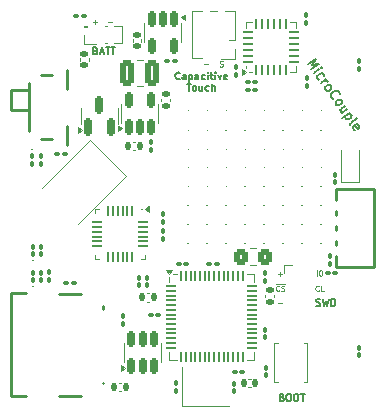
<source format=gbr>
%TF.GenerationSoftware,KiCad,Pcbnew,9.0.1*%
%TF.CreationDate,2025-04-25T01:04:06-07:00*%
%TF.ProjectId,microcouple,6d696372-6f63-46f7-9570-6c652e6b6963,rev?*%
%TF.SameCoordinates,Original*%
%TF.FileFunction,Legend,Top*%
%TF.FilePolarity,Positive*%
%FSLAX46Y46*%
G04 Gerber Fmt 4.6, Leading zero omitted, Abs format (unit mm)*
G04 Created by KiCad (PCBNEW 9.0.1) date 2025-04-25 01:04:06*
%MOMM*%
%LPD*%
G01*
G04 APERTURE LIST*
G04 Aperture macros list*
%AMRoundRect*
0 Rectangle with rounded corners*
0 $1 Rounding radius*
0 $2 $3 $4 $5 $6 $7 $8 $9 X,Y pos of 4 corners*
0 Add a 4 corners polygon primitive as box body*
4,1,4,$2,$3,$4,$5,$6,$7,$8,$9,$2,$3,0*
0 Add four circle primitives for the rounded corners*
1,1,$1+$1,$2,$3*
1,1,$1+$1,$4,$5*
1,1,$1+$1,$6,$7*
1,1,$1+$1,$8,$9*
0 Add four rect primitives between the rounded corners*
20,1,$1+$1,$2,$3,$4,$5,0*
20,1,$1+$1,$4,$5,$6,$7,0*
20,1,$1+$1,$6,$7,$8,$9,0*
20,1,$1+$1,$8,$9,$2,$3,0*%
%AMFreePoly0*
4,1,14,0.314644,0.085355,0.385355,0.014644,0.400000,-0.020711,0.400000,-0.050000,0.385355,-0.085355,0.350000,-0.100000,-0.350000,-0.100000,-0.385355,-0.085355,-0.400000,-0.050000,-0.400000,0.050000,-0.385355,0.085355,-0.350000,0.100000,0.279289,0.100000,0.314644,0.085355,0.314644,0.085355,$1*%
%AMFreePoly1*
4,1,14,0.385355,0.085355,0.400000,0.050000,0.400000,0.020711,0.385355,-0.014644,0.314644,-0.085355,0.279289,-0.100000,-0.350000,-0.100000,-0.385355,-0.085355,-0.400000,-0.050000,-0.400000,0.050000,-0.385355,0.085355,-0.350000,0.100000,0.350000,0.100000,0.385355,0.085355,0.385355,0.085355,$1*%
%AMFreePoly2*
4,1,14,0.085355,0.385355,0.100000,0.350000,0.100000,-0.350000,0.085355,-0.385355,0.050000,-0.400000,-0.050000,-0.400000,-0.085355,-0.385355,-0.100000,-0.350000,-0.100000,0.279289,-0.085355,0.314644,-0.014644,0.385355,0.020711,0.400000,0.050000,0.400000,0.085355,0.385355,0.085355,0.385355,$1*%
%AMFreePoly3*
4,1,14,0.014644,0.385355,0.085355,0.314644,0.100000,0.279289,0.100000,-0.350000,0.085355,-0.385355,0.050000,-0.400000,-0.050000,-0.400000,-0.085355,-0.385355,-0.100000,-0.350000,-0.100000,0.350000,-0.085355,0.385355,-0.050000,0.400000,-0.020711,0.400000,0.014644,0.385355,0.014644,0.385355,$1*%
%AMFreePoly4*
4,1,14,0.385355,0.085355,0.400000,0.050000,0.400000,-0.050000,0.385355,-0.085355,0.350000,-0.100000,-0.279289,-0.100000,-0.314644,-0.085355,-0.385355,-0.014644,-0.400000,0.020711,-0.400000,0.050000,-0.385355,0.085355,-0.350000,0.100000,0.350000,0.100000,0.385355,0.085355,0.385355,0.085355,$1*%
%AMFreePoly5*
4,1,14,0.385355,0.085355,0.400000,0.050000,0.400000,-0.050000,0.385355,-0.085355,0.350000,-0.100000,-0.350000,-0.100000,-0.385355,-0.085355,-0.400000,-0.050000,-0.400000,-0.020711,-0.385355,0.014644,-0.314644,0.085355,-0.279289,0.100000,0.350000,0.100000,0.385355,0.085355,0.385355,0.085355,$1*%
%AMFreePoly6*
4,1,14,0.085355,0.385355,0.100000,0.350000,0.100000,-0.279289,0.085355,-0.314644,0.014644,-0.385355,-0.020711,-0.400000,-0.050000,-0.400000,-0.085355,-0.385355,-0.100000,-0.350000,-0.100000,0.350000,-0.085355,0.385355,-0.050000,0.400000,0.050000,0.400000,0.085355,0.385355,0.085355,0.385355,$1*%
%AMFreePoly7*
4,1,14,0.085355,0.385355,0.100000,0.350000,0.100000,-0.350000,0.085355,-0.385355,0.050000,-0.400000,0.020711,-0.400000,-0.014644,-0.385355,-0.085355,-0.314644,-0.100000,-0.279289,-0.100000,0.350000,-0.085355,0.385355,-0.050000,0.400000,0.050000,0.400000,0.085355,0.385355,0.085355,0.385355,$1*%
G04 Aperture macros list end*
%ADD10C,0.170000*%
%ADD11C,0.112500*%
%ADD12C,0.150000*%
%ADD13C,0.250000*%
%ADD14C,0.120000*%
%ADD15C,0.100000*%
%ADD16C,0.500000*%
%ADD17R,0.950000X0.300000*%
%ADD18O,1.950000X1.000000*%
%ADD19O,2.300000X1.000000*%
%ADD20O,1.000000X1.700000*%
%ADD21C,0.900000*%
%ADD22R,1.500000X0.700000*%
%ADD23R,0.800000X1.000000*%
%ADD24RoundRect,0.250000X0.070711X1.343503X-1.343503X-0.070711X-0.070711X-1.343503X1.343503X0.070711X0*%
%ADD25R,1.270000X0.500000*%
%ADD26R,1.400000X0.900000*%
%ADD27RoundRect,0.100000X0.162635X-0.021213X-0.021213X0.162635X-0.162635X0.021213X0.021213X-0.162635X0*%
%ADD28R,1.700000X0.900000*%
%ADD29RoundRect,0.140000X0.140000X0.170000X-0.140000X0.170000X-0.140000X-0.170000X0.140000X-0.170000X0*%
%ADD30RoundRect,0.100000X0.130000X0.100000X-0.130000X0.100000X-0.130000X-0.100000X0.130000X-0.100000X0*%
%ADD31RoundRect,0.100000X-0.100000X0.130000X-0.100000X-0.130000X0.100000X-0.130000X0.100000X0.130000X0*%
%ADD32RoundRect,0.250000X-0.375000X-0.850000X0.375000X-0.850000X0.375000X0.850000X-0.375000X0.850000X0*%
%ADD33RoundRect,0.150000X0.150000X-0.512500X0.150000X0.512500X-0.150000X0.512500X-0.150000X-0.512500X0*%
%ADD34RoundRect,0.150000X-0.150000X0.512500X-0.150000X-0.512500X0.150000X-0.512500X0.150000X0.512500X0*%
%ADD35RoundRect,0.150000X0.150000X-0.587500X0.150000X0.587500X-0.150000X0.587500X-0.150000X-0.587500X0*%
%ADD36FreePoly0,270.000000*%
%ADD37RoundRect,0.050000X-0.050000X0.350000X-0.050000X-0.350000X0.050000X-0.350000X0.050000X0.350000X0*%
%ADD38FreePoly1,270.000000*%
%ADD39FreePoly2,270.000000*%
%ADD40RoundRect,0.050000X-0.350000X0.050000X-0.350000X-0.050000X0.350000X-0.050000X0.350000X0.050000X0*%
%ADD41FreePoly3,270.000000*%
%ADD42FreePoly4,270.000000*%
%ADD43FreePoly5,270.000000*%
%ADD44FreePoly6,270.000000*%
%ADD45FreePoly7,270.000000*%
%ADD46R,2.650000X2.650000*%
%ADD47RoundRect,0.100000X-0.130000X-0.100000X0.130000X-0.100000X0.130000X0.100000X-0.130000X0.100000X0*%
%ADD48RoundRect,0.062500X0.062500X-0.337500X0.062500X0.337500X-0.062500X0.337500X-0.062500X-0.337500X0*%
%ADD49RoundRect,0.062500X0.337500X-0.062500X0.337500X0.062500X-0.337500X0.062500X-0.337500X-0.062500X0*%
%ADD50R,2.500000X2.500000*%
%ADD51C,3.800000*%
%ADD52RoundRect,0.140000X-0.170000X0.140000X-0.170000X-0.140000X0.170000X-0.140000X0.170000X0.140000X0*%
%ADD53RoundRect,0.050000X-0.387500X-0.050000X0.387500X-0.050000X0.387500X0.050000X-0.387500X0.050000X0*%
%ADD54RoundRect,0.050000X-0.050000X-0.387500X0.050000X-0.387500X0.050000X0.387500X-0.050000X0.387500X0*%
%ADD55R,3.200000X3.200000*%
%ADD56RoundRect,0.100000X0.100000X-0.130000X0.100000X0.130000X-0.100000X0.130000X-0.100000X-0.130000X0*%
%ADD57RoundRect,0.250000X-0.325000X-0.450000X0.325000X-0.450000X0.325000X0.450000X-0.325000X0.450000X0*%
%ADD58RoundRect,0.140000X0.170000X-0.140000X0.170000X0.140000X-0.170000X0.140000X-0.170000X-0.140000X0*%
%ADD59R,1.000000X1.000000*%
%ADD60C,1.000000*%
%ADD61C,0.990600*%
%ADD62C,0.787400*%
%ADD63R,1.400000X1.200000*%
%ADD64RoundRect,0.140000X-0.140000X-0.170000X0.140000X-0.170000X0.140000X0.170000X-0.140000X0.170000X0*%
G04 APERTURE END LIST*
D10*
X110426603Y-49533082D02*
X111081925Y-49074221D01*
X111081925Y-49074221D02*
X110766792Y-49620420D01*
X110766792Y-49620420D02*
X111387832Y-49511102D01*
X111387832Y-49511102D02*
X110732510Y-49969963D01*
X110951016Y-50282021D02*
X111387897Y-49976114D01*
X111606338Y-49823160D02*
X111553281Y-49813805D01*
X111553281Y-49813805D02*
X111543926Y-49866861D01*
X111543926Y-49866861D02*
X111596982Y-49876217D01*
X111596982Y-49876217D02*
X111606338Y-49823160D01*
X111606338Y-49823160D02*
X111543926Y-49866861D01*
X111397382Y-50853081D02*
X111322475Y-50812520D01*
X111322475Y-50812520D02*
X111235073Y-50687696D01*
X111235073Y-50687696D02*
X111222577Y-50603434D01*
X111222577Y-50603434D02*
X111231933Y-50550378D01*
X111231933Y-50550378D02*
X111272494Y-50475471D01*
X111272494Y-50475471D02*
X111459728Y-50344368D01*
X111459728Y-50344368D02*
X111543991Y-50331873D01*
X111543991Y-50331873D02*
X111597047Y-50341228D01*
X111597047Y-50341228D02*
X111671954Y-50381789D01*
X111671954Y-50381789D02*
X111759356Y-50506612D01*
X111759356Y-50506612D02*
X111771851Y-50590874D01*
X111562830Y-51155783D02*
X111999712Y-50849876D01*
X111874888Y-50937278D02*
X111959150Y-50924782D01*
X111959150Y-50924782D02*
X112012207Y-50934138D01*
X112012207Y-50934138D02*
X112087114Y-50974699D01*
X112087114Y-50974699D02*
X112130815Y-51037110D01*
X111912439Y-51655076D02*
X111899944Y-51570814D01*
X111899944Y-51570814D02*
X111909299Y-51517757D01*
X111909299Y-51517757D02*
X111949860Y-51442850D01*
X111949860Y-51442850D02*
X112137095Y-51311747D01*
X112137095Y-51311747D02*
X112221357Y-51299252D01*
X112221357Y-51299252D02*
X112274413Y-51308607D01*
X112274413Y-51308607D02*
X112349320Y-51349168D01*
X112349320Y-51349168D02*
X112414872Y-51442786D01*
X112414872Y-51442786D02*
X112427367Y-51527048D01*
X112427367Y-51527048D02*
X112418012Y-51580104D01*
X112418012Y-51580104D02*
X112377451Y-51655011D01*
X112377451Y-51655011D02*
X112190216Y-51786114D01*
X112190216Y-51786114D02*
X112105954Y-51798609D01*
X112105954Y-51798609D02*
X112052897Y-51789254D01*
X112052897Y-51789254D02*
X111977990Y-51748693D01*
X111977990Y-51748693D02*
X111912439Y-51655076D01*
X112586666Y-52485137D02*
X112533609Y-52475782D01*
X112533609Y-52475782D02*
X112436852Y-52404015D01*
X112436852Y-52404015D02*
X112393151Y-52341603D01*
X112393151Y-52341603D02*
X112358805Y-52226136D01*
X112358805Y-52226136D02*
X112377516Y-52120023D01*
X112377516Y-52120023D02*
X112418077Y-52045116D01*
X112418077Y-52045116D02*
X112521049Y-51926508D01*
X112521049Y-51926508D02*
X112614667Y-51860957D01*
X112614667Y-51860957D02*
X112761340Y-51804760D01*
X112761340Y-51804760D02*
X112845602Y-51792265D01*
X112845602Y-51792265D02*
X112951715Y-51810975D01*
X112951715Y-51810975D02*
X113048472Y-51882742D01*
X113048472Y-51882742D02*
X113092174Y-51945154D01*
X113092174Y-51945154D02*
X113126519Y-52060622D01*
X113126519Y-52060622D02*
X113117164Y-52113678D01*
X112786460Y-52903308D02*
X112773965Y-52819046D01*
X112773965Y-52819046D02*
X112783320Y-52765989D01*
X112783320Y-52765989D02*
X112823881Y-52691082D01*
X112823881Y-52691082D02*
X113011116Y-52559979D01*
X113011116Y-52559979D02*
X113095378Y-52547484D01*
X113095378Y-52547484D02*
X113148435Y-52556839D01*
X113148435Y-52556839D02*
X113223341Y-52597400D01*
X113223341Y-52597400D02*
X113288893Y-52691018D01*
X113288893Y-52691018D02*
X113301388Y-52775280D01*
X113301388Y-52775280D02*
X113292033Y-52828336D01*
X113292033Y-52828336D02*
X113251472Y-52903243D01*
X113251472Y-52903243D02*
X113064237Y-53034346D01*
X113064237Y-53034346D02*
X112979975Y-53046841D01*
X112979975Y-53046841D02*
X112926919Y-53037486D01*
X112926919Y-53037486D02*
X112852012Y-52996925D01*
X112852012Y-52996925D02*
X112786460Y-52903308D01*
X113769605Y-53377545D02*
X113332724Y-53683453D01*
X113572950Y-53096693D02*
X113229687Y-53337049D01*
X113229687Y-53337049D02*
X113189125Y-53411956D01*
X113189125Y-53411956D02*
X113201621Y-53496218D01*
X113201621Y-53496218D02*
X113267172Y-53589836D01*
X113267172Y-53589836D02*
X113342079Y-53630397D01*
X113342079Y-53630397D02*
X113395136Y-53639752D01*
X113988111Y-53689604D02*
X113332789Y-54148465D01*
X113956905Y-53711454D02*
X114031812Y-53752015D01*
X114031812Y-53752015D02*
X114119214Y-53876839D01*
X114119214Y-53876839D02*
X114131709Y-53961101D01*
X114131709Y-53961101D02*
X114122354Y-54014157D01*
X114122354Y-54014157D02*
X114081793Y-54089064D01*
X114081793Y-54089064D02*
X113894558Y-54220167D01*
X113894558Y-54220167D02*
X113810296Y-54232662D01*
X113810296Y-54232662D02*
X113757240Y-54223307D01*
X113757240Y-54223307D02*
X113682333Y-54182746D01*
X113682333Y-54182746D02*
X113594931Y-54057923D01*
X113594931Y-54057923D02*
X113582435Y-53973661D01*
X114031941Y-54682039D02*
X114019446Y-54597777D01*
X114019446Y-54597777D02*
X114060007Y-54522870D01*
X114060007Y-54522870D02*
X114621712Y-54129561D01*
X114412756Y-55159482D02*
X114337849Y-55118920D01*
X114337849Y-55118920D02*
X114250447Y-54994097D01*
X114250447Y-54994097D02*
X114237952Y-54909835D01*
X114237952Y-54909835D02*
X114278513Y-54834928D01*
X114278513Y-54834928D02*
X114528159Y-54660124D01*
X114528159Y-54660124D02*
X114612421Y-54647629D01*
X114612421Y-54647629D02*
X114687328Y-54688190D01*
X114687328Y-54688190D02*
X114774730Y-54813013D01*
X114774730Y-54813013D02*
X114787225Y-54897275D01*
X114787225Y-54897275D02*
X114746664Y-54972182D01*
X114746664Y-54972182D02*
X114684253Y-55015883D01*
X114684253Y-55015883D02*
X114403336Y-54747526D01*
D11*
X111357142Y-68709471D02*
X111335714Y-68730900D01*
X111335714Y-68730900D02*
X111271428Y-68752328D01*
X111271428Y-68752328D02*
X111228571Y-68752328D01*
X111228571Y-68752328D02*
X111164285Y-68730900D01*
X111164285Y-68730900D02*
X111121428Y-68688042D01*
X111121428Y-68688042D02*
X111099999Y-68645185D01*
X111099999Y-68645185D02*
X111078571Y-68559471D01*
X111078571Y-68559471D02*
X111078571Y-68495185D01*
X111078571Y-68495185D02*
X111099999Y-68409471D01*
X111099999Y-68409471D02*
X111121428Y-68366614D01*
X111121428Y-68366614D02*
X111164285Y-68323757D01*
X111164285Y-68323757D02*
X111228571Y-68302328D01*
X111228571Y-68302328D02*
X111271428Y-68302328D01*
X111271428Y-68302328D02*
X111335714Y-68323757D01*
X111335714Y-68323757D02*
X111357142Y-68345185D01*
X111764285Y-68752328D02*
X111549999Y-68752328D01*
X111549999Y-68752328D02*
X111549999Y-68302328D01*
D12*
X92478571Y-48405485D02*
X92564285Y-48434057D01*
X92564285Y-48434057D02*
X92592856Y-48462628D01*
X92592856Y-48462628D02*
X92621428Y-48519771D01*
X92621428Y-48519771D02*
X92621428Y-48605485D01*
X92621428Y-48605485D02*
X92592856Y-48662628D01*
X92592856Y-48662628D02*
X92564285Y-48691200D01*
X92564285Y-48691200D02*
X92507142Y-48719771D01*
X92507142Y-48719771D02*
X92278571Y-48719771D01*
X92278571Y-48719771D02*
X92278571Y-48119771D01*
X92278571Y-48119771D02*
X92478571Y-48119771D01*
X92478571Y-48119771D02*
X92535714Y-48148342D01*
X92535714Y-48148342D02*
X92564285Y-48176914D01*
X92564285Y-48176914D02*
X92592856Y-48234057D01*
X92592856Y-48234057D02*
X92592856Y-48291200D01*
X92592856Y-48291200D02*
X92564285Y-48348342D01*
X92564285Y-48348342D02*
X92535714Y-48376914D01*
X92535714Y-48376914D02*
X92478571Y-48405485D01*
X92478571Y-48405485D02*
X92278571Y-48405485D01*
X92849999Y-48548342D02*
X93135714Y-48548342D01*
X92792856Y-48719771D02*
X92992856Y-48119771D01*
X92992856Y-48119771D02*
X93192856Y-48719771D01*
X93307142Y-48119771D02*
X93650000Y-48119771D01*
X93478571Y-48719771D02*
X93478571Y-48119771D01*
X93764285Y-48119771D02*
X94107143Y-48119771D01*
X93935714Y-48719771D02*
X93935714Y-48119771D01*
D11*
X107928571Y-67280900D02*
X108271429Y-67280900D01*
X108100000Y-67452328D02*
X108100000Y-67109471D01*
X111164285Y-67452328D02*
X111164285Y-67002328D01*
X111464286Y-67002328D02*
X111550000Y-67002328D01*
X111550000Y-67002328D02*
X111592857Y-67023757D01*
X111592857Y-67023757D02*
X111635714Y-67066614D01*
X111635714Y-67066614D02*
X111657143Y-67152328D01*
X111657143Y-67152328D02*
X111657143Y-67302328D01*
X111657143Y-67302328D02*
X111635714Y-67388042D01*
X111635714Y-67388042D02*
X111592857Y-67430900D01*
X111592857Y-67430900D02*
X111550000Y-67452328D01*
X111550000Y-67452328D02*
X111464286Y-67452328D01*
X111464286Y-67452328D02*
X111421429Y-67430900D01*
X111421429Y-67430900D02*
X111378571Y-67388042D01*
X111378571Y-67388042D02*
X111357143Y-67302328D01*
X111357143Y-67302328D02*
X111357143Y-67152328D01*
X111357143Y-67152328D02*
X111378571Y-67066614D01*
X111378571Y-67066614D02*
X111421429Y-67023757D01*
X111421429Y-67023757D02*
X111464286Y-67002328D01*
X107928571Y-69780900D02*
X108271429Y-69780900D01*
D12*
X99571429Y-50779645D02*
X99542857Y-50808217D01*
X99542857Y-50808217D02*
X99457143Y-50836788D01*
X99457143Y-50836788D02*
X99400000Y-50836788D01*
X99400000Y-50836788D02*
X99314286Y-50808217D01*
X99314286Y-50808217D02*
X99257143Y-50751074D01*
X99257143Y-50751074D02*
X99228572Y-50693931D01*
X99228572Y-50693931D02*
X99200000Y-50579645D01*
X99200000Y-50579645D02*
X99200000Y-50493931D01*
X99200000Y-50493931D02*
X99228572Y-50379645D01*
X99228572Y-50379645D02*
X99257143Y-50322502D01*
X99257143Y-50322502D02*
X99314286Y-50265359D01*
X99314286Y-50265359D02*
X99400000Y-50236788D01*
X99400000Y-50236788D02*
X99457143Y-50236788D01*
X99457143Y-50236788D02*
X99542857Y-50265359D01*
X99542857Y-50265359D02*
X99571429Y-50293931D01*
X100085715Y-50836788D02*
X100085715Y-50522502D01*
X100085715Y-50522502D02*
X100057143Y-50465359D01*
X100057143Y-50465359D02*
X100000000Y-50436788D01*
X100000000Y-50436788D02*
X99885715Y-50436788D01*
X99885715Y-50436788D02*
X99828572Y-50465359D01*
X100085715Y-50808217D02*
X100028572Y-50836788D01*
X100028572Y-50836788D02*
X99885715Y-50836788D01*
X99885715Y-50836788D02*
X99828572Y-50808217D01*
X99828572Y-50808217D02*
X99800000Y-50751074D01*
X99800000Y-50751074D02*
X99800000Y-50693931D01*
X99800000Y-50693931D02*
X99828572Y-50636788D01*
X99828572Y-50636788D02*
X99885715Y-50608217D01*
X99885715Y-50608217D02*
X100028572Y-50608217D01*
X100028572Y-50608217D02*
X100085715Y-50579645D01*
X100371429Y-50436788D02*
X100371429Y-51036788D01*
X100371429Y-50465359D02*
X100428572Y-50436788D01*
X100428572Y-50436788D02*
X100542857Y-50436788D01*
X100542857Y-50436788D02*
X100600000Y-50465359D01*
X100600000Y-50465359D02*
X100628572Y-50493931D01*
X100628572Y-50493931D02*
X100657143Y-50551074D01*
X100657143Y-50551074D02*
X100657143Y-50722502D01*
X100657143Y-50722502D02*
X100628572Y-50779645D01*
X100628572Y-50779645D02*
X100600000Y-50808217D01*
X100600000Y-50808217D02*
X100542857Y-50836788D01*
X100542857Y-50836788D02*
X100428572Y-50836788D01*
X100428572Y-50836788D02*
X100371429Y-50808217D01*
X101171429Y-50836788D02*
X101171429Y-50522502D01*
X101171429Y-50522502D02*
X101142857Y-50465359D01*
X101142857Y-50465359D02*
X101085714Y-50436788D01*
X101085714Y-50436788D02*
X100971429Y-50436788D01*
X100971429Y-50436788D02*
X100914286Y-50465359D01*
X101171429Y-50808217D02*
X101114286Y-50836788D01*
X101114286Y-50836788D02*
X100971429Y-50836788D01*
X100971429Y-50836788D02*
X100914286Y-50808217D01*
X100914286Y-50808217D02*
X100885714Y-50751074D01*
X100885714Y-50751074D02*
X100885714Y-50693931D01*
X100885714Y-50693931D02*
X100914286Y-50636788D01*
X100914286Y-50636788D02*
X100971429Y-50608217D01*
X100971429Y-50608217D02*
X101114286Y-50608217D01*
X101114286Y-50608217D02*
X101171429Y-50579645D01*
X101714286Y-50808217D02*
X101657143Y-50836788D01*
X101657143Y-50836788D02*
X101542857Y-50836788D01*
X101542857Y-50836788D02*
X101485714Y-50808217D01*
X101485714Y-50808217D02*
X101457143Y-50779645D01*
X101457143Y-50779645D02*
X101428571Y-50722502D01*
X101428571Y-50722502D02*
X101428571Y-50551074D01*
X101428571Y-50551074D02*
X101457143Y-50493931D01*
X101457143Y-50493931D02*
X101485714Y-50465359D01*
X101485714Y-50465359D02*
X101542857Y-50436788D01*
X101542857Y-50436788D02*
X101657143Y-50436788D01*
X101657143Y-50436788D02*
X101714286Y-50465359D01*
X101971429Y-50836788D02*
X101971429Y-50436788D01*
X101971429Y-50236788D02*
X101942857Y-50265359D01*
X101942857Y-50265359D02*
X101971429Y-50293931D01*
X101971429Y-50293931D02*
X102000000Y-50265359D01*
X102000000Y-50265359D02*
X101971429Y-50236788D01*
X101971429Y-50236788D02*
X101971429Y-50293931D01*
X102171428Y-50436788D02*
X102400000Y-50436788D01*
X102257143Y-50236788D02*
X102257143Y-50751074D01*
X102257143Y-50751074D02*
X102285714Y-50808217D01*
X102285714Y-50808217D02*
X102342857Y-50836788D01*
X102342857Y-50836788D02*
X102400000Y-50836788D01*
X102600000Y-50836788D02*
X102600000Y-50436788D01*
X102600000Y-50236788D02*
X102571428Y-50265359D01*
X102571428Y-50265359D02*
X102600000Y-50293931D01*
X102600000Y-50293931D02*
X102628571Y-50265359D01*
X102628571Y-50265359D02*
X102600000Y-50236788D01*
X102600000Y-50236788D02*
X102600000Y-50293931D01*
X102828571Y-50436788D02*
X102971428Y-50836788D01*
X102971428Y-50836788D02*
X103114285Y-50436788D01*
X103571428Y-50808217D02*
X103514285Y-50836788D01*
X103514285Y-50836788D02*
X103400000Y-50836788D01*
X103400000Y-50836788D02*
X103342857Y-50808217D01*
X103342857Y-50808217D02*
X103314285Y-50751074D01*
X103314285Y-50751074D02*
X103314285Y-50522502D01*
X103314285Y-50522502D02*
X103342857Y-50465359D01*
X103342857Y-50465359D02*
X103400000Y-50436788D01*
X103400000Y-50436788D02*
X103514285Y-50436788D01*
X103514285Y-50436788D02*
X103571428Y-50465359D01*
X103571428Y-50465359D02*
X103600000Y-50522502D01*
X103600000Y-50522502D02*
X103600000Y-50579645D01*
X103600000Y-50579645D02*
X103314285Y-50636788D01*
X100157142Y-51202754D02*
X100500000Y-51202754D01*
X100328571Y-51802754D02*
X100328571Y-51202754D01*
X100785714Y-51802754D02*
X100728571Y-51774183D01*
X100728571Y-51774183D02*
X100700000Y-51745611D01*
X100700000Y-51745611D02*
X100671428Y-51688468D01*
X100671428Y-51688468D02*
X100671428Y-51517040D01*
X100671428Y-51517040D02*
X100700000Y-51459897D01*
X100700000Y-51459897D02*
X100728571Y-51431325D01*
X100728571Y-51431325D02*
X100785714Y-51402754D01*
X100785714Y-51402754D02*
X100871428Y-51402754D01*
X100871428Y-51402754D02*
X100928571Y-51431325D01*
X100928571Y-51431325D02*
X100957143Y-51459897D01*
X100957143Y-51459897D02*
X100985714Y-51517040D01*
X100985714Y-51517040D02*
X100985714Y-51688468D01*
X100985714Y-51688468D02*
X100957143Y-51745611D01*
X100957143Y-51745611D02*
X100928571Y-51774183D01*
X100928571Y-51774183D02*
X100871428Y-51802754D01*
X100871428Y-51802754D02*
X100785714Y-51802754D01*
X101500000Y-51402754D02*
X101500000Y-51802754D01*
X101242857Y-51402754D02*
X101242857Y-51717040D01*
X101242857Y-51717040D02*
X101271428Y-51774183D01*
X101271428Y-51774183D02*
X101328571Y-51802754D01*
X101328571Y-51802754D02*
X101414285Y-51802754D01*
X101414285Y-51802754D02*
X101471428Y-51774183D01*
X101471428Y-51774183D02*
X101500000Y-51745611D01*
X102042857Y-51774183D02*
X101985714Y-51802754D01*
X101985714Y-51802754D02*
X101871428Y-51802754D01*
X101871428Y-51802754D02*
X101814285Y-51774183D01*
X101814285Y-51774183D02*
X101785714Y-51745611D01*
X101785714Y-51745611D02*
X101757142Y-51688468D01*
X101757142Y-51688468D02*
X101757142Y-51517040D01*
X101757142Y-51517040D02*
X101785714Y-51459897D01*
X101785714Y-51459897D02*
X101814285Y-51431325D01*
X101814285Y-51431325D02*
X101871428Y-51402754D01*
X101871428Y-51402754D02*
X101985714Y-51402754D01*
X101985714Y-51402754D02*
X102042857Y-51431325D01*
X102300000Y-51802754D02*
X102300000Y-51202754D01*
X102557143Y-51802754D02*
X102557143Y-51488468D01*
X102557143Y-51488468D02*
X102528571Y-51431325D01*
X102528571Y-51431325D02*
X102471428Y-51402754D01*
X102471428Y-51402754D02*
X102385714Y-51402754D01*
X102385714Y-51402754D02*
X102328571Y-51431325D01*
X102328571Y-51431325D02*
X102300000Y-51459897D01*
X108235715Y-77755485D02*
X108321429Y-77784057D01*
X108321429Y-77784057D02*
X108350000Y-77812628D01*
X108350000Y-77812628D02*
X108378572Y-77869771D01*
X108378572Y-77869771D02*
X108378572Y-77955485D01*
X108378572Y-77955485D02*
X108350000Y-78012628D01*
X108350000Y-78012628D02*
X108321429Y-78041200D01*
X108321429Y-78041200D02*
X108264286Y-78069771D01*
X108264286Y-78069771D02*
X108035715Y-78069771D01*
X108035715Y-78069771D02*
X108035715Y-77469771D01*
X108035715Y-77469771D02*
X108235715Y-77469771D01*
X108235715Y-77469771D02*
X108292858Y-77498342D01*
X108292858Y-77498342D02*
X108321429Y-77526914D01*
X108321429Y-77526914D02*
X108350000Y-77584057D01*
X108350000Y-77584057D02*
X108350000Y-77641200D01*
X108350000Y-77641200D02*
X108321429Y-77698342D01*
X108321429Y-77698342D02*
X108292858Y-77726914D01*
X108292858Y-77726914D02*
X108235715Y-77755485D01*
X108235715Y-77755485D02*
X108035715Y-77755485D01*
X108750000Y-77469771D02*
X108864286Y-77469771D01*
X108864286Y-77469771D02*
X108921429Y-77498342D01*
X108921429Y-77498342D02*
X108978572Y-77555485D01*
X108978572Y-77555485D02*
X109007143Y-77669771D01*
X109007143Y-77669771D02*
X109007143Y-77869771D01*
X109007143Y-77869771D02*
X108978572Y-77984057D01*
X108978572Y-77984057D02*
X108921429Y-78041200D01*
X108921429Y-78041200D02*
X108864286Y-78069771D01*
X108864286Y-78069771D02*
X108750000Y-78069771D01*
X108750000Y-78069771D02*
X108692858Y-78041200D01*
X108692858Y-78041200D02*
X108635715Y-77984057D01*
X108635715Y-77984057D02*
X108607143Y-77869771D01*
X108607143Y-77869771D02*
X108607143Y-77669771D01*
X108607143Y-77669771D02*
X108635715Y-77555485D01*
X108635715Y-77555485D02*
X108692858Y-77498342D01*
X108692858Y-77498342D02*
X108750000Y-77469771D01*
X109378571Y-77469771D02*
X109492857Y-77469771D01*
X109492857Y-77469771D02*
X109550000Y-77498342D01*
X109550000Y-77498342D02*
X109607143Y-77555485D01*
X109607143Y-77555485D02*
X109635714Y-77669771D01*
X109635714Y-77669771D02*
X109635714Y-77869771D01*
X109635714Y-77869771D02*
X109607143Y-77984057D01*
X109607143Y-77984057D02*
X109550000Y-78041200D01*
X109550000Y-78041200D02*
X109492857Y-78069771D01*
X109492857Y-78069771D02*
X109378571Y-78069771D01*
X109378571Y-78069771D02*
X109321429Y-78041200D01*
X109321429Y-78041200D02*
X109264286Y-77984057D01*
X109264286Y-77984057D02*
X109235714Y-77869771D01*
X109235714Y-77869771D02*
X109235714Y-77669771D01*
X109235714Y-77669771D02*
X109264286Y-77555485D01*
X109264286Y-77555485D02*
X109321429Y-77498342D01*
X109321429Y-77498342D02*
X109378571Y-77469771D01*
X109807142Y-77469771D02*
X110150000Y-77469771D01*
X109978571Y-78069771D02*
X109978571Y-77469771D01*
X111135714Y-69991200D02*
X111221429Y-70019771D01*
X111221429Y-70019771D02*
X111364286Y-70019771D01*
X111364286Y-70019771D02*
X111421429Y-69991200D01*
X111421429Y-69991200D02*
X111450000Y-69962628D01*
X111450000Y-69962628D02*
X111478571Y-69905485D01*
X111478571Y-69905485D02*
X111478571Y-69848342D01*
X111478571Y-69848342D02*
X111450000Y-69791200D01*
X111450000Y-69791200D02*
X111421429Y-69762628D01*
X111421429Y-69762628D02*
X111364286Y-69734057D01*
X111364286Y-69734057D02*
X111250000Y-69705485D01*
X111250000Y-69705485D02*
X111192857Y-69676914D01*
X111192857Y-69676914D02*
X111164286Y-69648342D01*
X111164286Y-69648342D02*
X111135714Y-69591200D01*
X111135714Y-69591200D02*
X111135714Y-69534057D01*
X111135714Y-69534057D02*
X111164286Y-69476914D01*
X111164286Y-69476914D02*
X111192857Y-69448342D01*
X111192857Y-69448342D02*
X111250000Y-69419771D01*
X111250000Y-69419771D02*
X111392857Y-69419771D01*
X111392857Y-69419771D02*
X111478571Y-69448342D01*
X111678572Y-69419771D02*
X111821429Y-70019771D01*
X111821429Y-70019771D02*
X111935715Y-69591200D01*
X111935715Y-69591200D02*
X112050000Y-70019771D01*
X112050000Y-70019771D02*
X112192858Y-69419771D01*
X112421429Y-70019771D02*
X112421429Y-69419771D01*
X112421429Y-69419771D02*
X112564286Y-69419771D01*
X112564286Y-69419771D02*
X112650000Y-69448342D01*
X112650000Y-69448342D02*
X112707143Y-69505485D01*
X112707143Y-69505485D02*
X112735714Y-69562628D01*
X112735714Y-69562628D02*
X112764286Y-69676914D01*
X112764286Y-69676914D02*
X112764286Y-69762628D01*
X112764286Y-69762628D02*
X112735714Y-69876914D01*
X112735714Y-69876914D02*
X112707143Y-69934057D01*
X112707143Y-69934057D02*
X112650000Y-69991200D01*
X112650000Y-69991200D02*
X112564286Y-70019771D01*
X112564286Y-70019771D02*
X112421429Y-70019771D01*
D11*
X101628571Y-49580900D02*
X101971429Y-49580900D01*
X102971429Y-49730900D02*
X103035715Y-49752328D01*
X103035715Y-49752328D02*
X103142857Y-49752328D01*
X103142857Y-49752328D02*
X103185715Y-49730900D01*
X103185715Y-49730900D02*
X103207143Y-49709471D01*
X103207143Y-49709471D02*
X103228572Y-49666614D01*
X103228572Y-49666614D02*
X103228572Y-49623757D01*
X103228572Y-49623757D02*
X103207143Y-49580900D01*
X103207143Y-49580900D02*
X103185715Y-49559471D01*
X103185715Y-49559471D02*
X103142857Y-49538042D01*
X103142857Y-49538042D02*
X103057143Y-49516614D01*
X103057143Y-49516614D02*
X103014286Y-49495185D01*
X103014286Y-49495185D02*
X102992857Y-49473757D01*
X102992857Y-49473757D02*
X102971429Y-49430900D01*
X102971429Y-49430900D02*
X102971429Y-49388042D01*
X102971429Y-49388042D02*
X102992857Y-49345185D01*
X102992857Y-49345185D02*
X103014286Y-49323757D01*
X103014286Y-49323757D02*
X103057143Y-49302328D01*
X103057143Y-49302328D02*
X103164286Y-49302328D01*
X103164286Y-49302328D02*
X103228572Y-49323757D01*
X108025000Y-68709471D02*
X108003572Y-68730900D01*
X108003572Y-68730900D02*
X107939286Y-68752328D01*
X107939286Y-68752328D02*
X107896429Y-68752328D01*
X107896429Y-68752328D02*
X107832143Y-68730900D01*
X107832143Y-68730900D02*
X107789286Y-68688042D01*
X107789286Y-68688042D02*
X107767857Y-68645185D01*
X107767857Y-68645185D02*
X107746429Y-68559471D01*
X107746429Y-68559471D02*
X107746429Y-68495185D01*
X107746429Y-68495185D02*
X107767857Y-68409471D01*
X107767857Y-68409471D02*
X107789286Y-68366614D01*
X107789286Y-68366614D02*
X107832143Y-68323757D01*
X107832143Y-68323757D02*
X107896429Y-68302328D01*
X107896429Y-68302328D02*
X107939286Y-68302328D01*
X107939286Y-68302328D02*
X108003572Y-68323757D01*
X108003572Y-68323757D02*
X108025000Y-68345185D01*
X108196429Y-68730900D02*
X108260715Y-68752328D01*
X108260715Y-68752328D02*
X108367857Y-68752328D01*
X108367857Y-68752328D02*
X108410715Y-68730900D01*
X108410715Y-68730900D02*
X108432143Y-68709471D01*
X108432143Y-68709471D02*
X108453572Y-68666614D01*
X108453572Y-68666614D02*
X108453572Y-68623757D01*
X108453572Y-68623757D02*
X108432143Y-68580900D01*
X108432143Y-68580900D02*
X108410715Y-68559471D01*
X108410715Y-68559471D02*
X108367857Y-68538042D01*
X108367857Y-68538042D02*
X108282143Y-68516614D01*
X108282143Y-68516614D02*
X108239286Y-68495185D01*
X108239286Y-68495185D02*
X108217857Y-68473757D01*
X108217857Y-68473757D02*
X108196429Y-68430900D01*
X108196429Y-68430900D02*
X108196429Y-68388042D01*
X108196429Y-68388042D02*
X108217857Y-68345185D01*
X108217857Y-68345185D02*
X108239286Y-68323757D01*
X108239286Y-68323757D02*
X108282143Y-68302328D01*
X108282143Y-68302328D02*
X108389286Y-68302328D01*
X108389286Y-68302328D02*
X108453572Y-68323757D01*
X107705715Y-68177400D02*
X108494286Y-68177400D01*
X92278571Y-45980900D02*
X92621429Y-45980900D01*
X92450000Y-46152328D02*
X92450000Y-45809471D01*
X93528571Y-45980900D02*
X93871429Y-45980900D01*
D13*
%TO.C,J2*%
X85267500Y-68970000D02*
X86587500Y-68970000D01*
X89347500Y-68980000D02*
X91217500Y-68980000D01*
X93097500Y-70020000D02*
X93097500Y-70290000D01*
X93097500Y-76550000D02*
X93097500Y-76570000D01*
X89347500Y-77610000D02*
X91217500Y-77610000D01*
X85267500Y-77610000D02*
X85267500Y-68970000D01*
X85267500Y-77610000D02*
X86587500Y-77610000D01*
%TO.C,SW2*%
X90080000Y-50030000D02*
X90030000Y-50030000D01*
X88760000Y-50480000D02*
X87820000Y-50480000D01*
X86800000Y-51560000D02*
X86800000Y-51180000D01*
X90080000Y-51620000D02*
X90080000Y-50030000D01*
X85300000Y-51700000D02*
X86750000Y-51700000D01*
X86800000Y-53450000D02*
X86800000Y-51560000D01*
X86800000Y-53450000D02*
X85300000Y-53450000D01*
X86800000Y-53450000D02*
X86800000Y-55220000D01*
X85300000Y-53450000D02*
X85300000Y-51700000D01*
X90080000Y-54780000D02*
X90080000Y-56370000D01*
X88750000Y-55900000D02*
X87810000Y-55900000D01*
X90080000Y-56370000D02*
X90030000Y-56370000D01*
D14*
%TO.C,D2*%
X95058290Y-58982269D02*
X92017731Y-55941710D01*
X95058290Y-58982269D02*
X90950000Y-63090559D01*
X92017731Y-55941710D02*
X87909441Y-60050000D01*
D13*
%TO.C,U7*%
X112850000Y-66750000D02*
X112850000Y-65830000D01*
X116020000Y-66750000D02*
X112850000Y-66750000D01*
X112850000Y-64870000D02*
X112850000Y-64560000D01*
X112850000Y-63600000D02*
X112850000Y-63290000D01*
X112850000Y-62330000D02*
X112850000Y-62020000D01*
X112850000Y-61060000D02*
X112850000Y-60150000D01*
X112850000Y-60150000D02*
X116020000Y-60150000D01*
X116020000Y-60150000D02*
X116020000Y-66750000D01*
D15*
%TO.C,D69*%
X113200000Y-59500000D02*
X114800000Y-59500000D01*
X113200000Y-59500000D02*
X113200000Y-56800000D01*
X114800000Y-59500000D02*
X114800000Y-56800000D01*
%TO.C,D18*%
X101965522Y-61541012D02*
G75*
G02*
X101865520Y-61541012I-50001J0D01*
G01*
X101865520Y-61541012D02*
G75*
G02*
X101965522Y-61541012I50001J0D01*
G01*
D14*
%TO.C,SW1*%
X107600000Y-73200000D02*
X107600000Y-76500000D01*
X107600000Y-76500000D02*
X107900000Y-76500000D01*
X107900000Y-73200000D02*
X107600000Y-73200000D01*
X110100000Y-73200000D02*
X110400000Y-73200000D01*
X110400000Y-73200000D02*
X110400000Y-76500000D01*
X110400000Y-76500000D02*
X110100000Y-76500000D01*
%TO.C,C1*%
X94637836Y-76540000D02*
X94422164Y-76540000D01*
X94637836Y-77260000D02*
X94422164Y-77260000D01*
D15*
%TO.C,D46*%
X108394093Y-55141012D02*
G75*
G02*
X108294091Y-55141012I-50001J0D01*
G01*
X108294091Y-55141012D02*
G75*
G02*
X108394093Y-55141012I50001J0D01*
G01*
%TO.C,D21*%
X103608379Y-53517286D02*
G75*
G02*
X103508377Y-53517286I-50001J0D01*
G01*
X103508377Y-53517286D02*
G75*
G02*
X103608379Y-53517286I50001J0D01*
G01*
%TO.C,D33*%
X105179808Y-59941012D02*
G75*
G02*
X105079806Y-59941012I-50001J0D01*
G01*
X105079806Y-59941012D02*
G75*
G02*
X105179808Y-59941012I50001J0D01*
G01*
%TO.C,D55*%
X110001236Y-56741012D02*
G75*
G02*
X109901234Y-56741012I-50001J0D01*
G01*
X109901234Y-56741012D02*
G75*
G02*
X110001236Y-56741012I50001J0D01*
G01*
%TO.C,D56*%
X110001236Y-58341012D02*
G75*
G02*
X109901234Y-58341012I-50001J0D01*
G01*
X109901234Y-58341012D02*
G75*
G02*
X110001236Y-58341012I50001J0D01*
G01*
%TO.C,D45*%
X108408379Y-53517286D02*
G75*
G02*
X108308377Y-53517286I-50001J0D01*
G01*
X108308377Y-53517286D02*
G75*
G02*
X108408379Y-53517286I50001J0D01*
G01*
%TO.C,D24*%
X103572665Y-58341012D02*
G75*
G02*
X103472663Y-58341012I-50001J0D01*
G01*
X103472663Y-58341012D02*
G75*
G02*
X103572665Y-58341012I50001J0D01*
G01*
D14*
%TO.C,L1*%
X95938748Y-49190000D02*
X96461252Y-49190000D01*
X95938748Y-51410000D02*
X96461252Y-51410000D01*
D15*
%TO.C,D35*%
X105179808Y-63141012D02*
G75*
G02*
X105079806Y-63141012I-50001J0D01*
G01*
X105079806Y-63141012D02*
G75*
G02*
X105179808Y-63141012I50001J0D01*
G01*
D14*
%TO.C,U4*%
X94640000Y-53700000D02*
X94640000Y-52900000D01*
X94640000Y-53700000D02*
X94640000Y-54500000D01*
X97760000Y-53700000D02*
X97760000Y-52900000D01*
X97760000Y-53700000D02*
X97760000Y-54500000D01*
X94690000Y-55000000D02*
X94360000Y-55240000D01*
X94360000Y-54760000D01*
X94690000Y-55000000D01*
G36*
X94690000Y-55000000D02*
G01*
X94360000Y-55240000D01*
X94360000Y-54760000D01*
X94690000Y-55000000D01*
G37*
D15*
%TO.C,D37*%
X106808379Y-53517286D02*
G75*
G02*
X106708377Y-53517286I-50001J0D01*
G01*
X106708377Y-53517286D02*
G75*
G02*
X106808379Y-53517286I50001J0D01*
G01*
D14*
%TO.C,U3*%
X96590000Y-46900000D02*
X96590000Y-46100000D01*
X96590000Y-46900000D02*
X96590000Y-47700000D01*
X99710000Y-46900000D02*
X99710000Y-46100000D01*
X99710000Y-46900000D02*
X99710000Y-47700000D01*
X99990000Y-45840000D02*
X99660000Y-45600000D01*
X99990000Y-45360000D01*
X99990000Y-45840000D01*
G36*
X99990000Y-45840000D02*
G01*
X99660000Y-45600000D01*
X99990000Y-45360000D01*
X99990000Y-45840000D01*
G37*
D15*
%TO.C,D47*%
X108394093Y-56741012D02*
G75*
G02*
X108294091Y-56741012I-50001J0D01*
G01*
X108294091Y-56741012D02*
G75*
G02*
X108394093Y-56741012I50001J0D01*
G01*
D14*
%TO.C,Q1*%
X91227500Y-53950000D02*
X91227500Y-53300000D01*
X91227500Y-53950000D02*
X91227500Y-54600000D01*
X94347500Y-53950000D02*
X94347500Y-53300000D01*
X94347500Y-53950000D02*
X94347500Y-54600000D01*
X91277500Y-55112500D02*
X90947500Y-55352500D01*
X90947500Y-54872500D01*
X91277500Y-55112500D01*
G36*
X91277500Y-55112500D02*
G01*
X90947500Y-55352500D01*
X90947500Y-54872500D01*
X91277500Y-55112500D01*
G37*
%TO.C,U5*%
X92440000Y-61840000D02*
X92790000Y-61840000D01*
X92440000Y-62190000D02*
X92440000Y-61840000D01*
X92440000Y-65710000D02*
X92440000Y-66060000D01*
X92440000Y-66060000D02*
X92790000Y-66060000D01*
X96310000Y-61840000D02*
X96420000Y-61840000D01*
X96660000Y-65710000D02*
X96660000Y-66060000D01*
X96660000Y-66060000D02*
X96310000Y-66060000D01*
X96990000Y-62080000D02*
X96660000Y-61840000D01*
X96990000Y-61600000D01*
X96990000Y-62080000D01*
G36*
X96990000Y-62080000D02*
G01*
X96660000Y-61840000D01*
X96990000Y-61600000D01*
X96990000Y-62080000D01*
G37*
D15*
%TO.C,D20*%
X101965522Y-64741012D02*
G75*
G02*
X101865520Y-64741012I-50001J0D01*
G01*
X101865520Y-64741012D02*
G75*
G02*
X101965522Y-64741012I50001J0D01*
G01*
%TO.C,D26*%
X103572665Y-61541012D02*
G75*
G02*
X103472663Y-61541012I-50001J0D01*
G01*
X103472663Y-61541012D02*
G75*
G02*
X103572665Y-61541012I50001J0D01*
G01*
D14*
%TO.C,U6*%
X105190000Y-45990000D02*
X105665000Y-45990000D01*
X105190000Y-46465000D02*
X105190000Y-45990000D01*
X105190000Y-49735000D02*
X105190000Y-49910000D01*
X105665000Y-50210000D02*
X105430000Y-50210000D01*
X109410000Y-45990000D02*
X108935000Y-45990000D01*
X109410000Y-46465000D02*
X109410000Y-45990000D01*
X109410000Y-49735000D02*
X109410000Y-50210000D01*
X109410000Y-50210000D02*
X108935000Y-50210000D01*
X105190000Y-50210000D02*
X104860000Y-50450000D01*
X104860000Y-49970000D01*
X105190000Y-50210000D01*
G36*
X105190000Y-50210000D02*
G01*
X104860000Y-50450000D01*
X104860000Y-49970000D01*
X105190000Y-50210000D01*
G37*
D15*
%TO.C,D30*%
X105179808Y-55141012D02*
G75*
G02*
X105079806Y-55141012I-50001J0D01*
G01*
X105079806Y-55141012D02*
G75*
G02*
X105179808Y-55141012I50001J0D01*
G01*
%TO.C,D22*%
X103572665Y-55141012D02*
G75*
G02*
X103472663Y-55141012I-50001J0D01*
G01*
X103472663Y-55141012D02*
G75*
G02*
X103572665Y-55141012I50001J0D01*
G01*
%TO.C,D11*%
X100358379Y-63141012D02*
G75*
G02*
X100258377Y-63141012I-50001J0D01*
G01*
X100258377Y-63141012D02*
G75*
G02*
X100358379Y-63141012I50001J0D01*
G01*
%TO.C,D54*%
X110001236Y-55141012D02*
G75*
G02*
X109901234Y-55141012I-50001J0D01*
G01*
X109901234Y-55141012D02*
G75*
G02*
X110001236Y-55141012I50001J0D01*
G01*
%TO.C,D60*%
X110001236Y-64741012D02*
G75*
G02*
X109901234Y-64741012I-50001J0D01*
G01*
X109901234Y-64741012D02*
G75*
G02*
X110001236Y-64741012I50001J0D01*
G01*
%TO.C,D9*%
X100358379Y-59941012D02*
G75*
G02*
X100258377Y-59941012I-50001J0D01*
G01*
X100258377Y-59941012D02*
G75*
G02*
X100358379Y-59941012I50001J0D01*
G01*
%TO.C,D14*%
X101965522Y-55141012D02*
G75*
G02*
X101865520Y-55141012I-50001J0D01*
G01*
X101865520Y-55141012D02*
G75*
G02*
X101965522Y-55141012I50001J0D01*
G01*
D14*
%TO.C,C17*%
X98040000Y-52492164D02*
X98040000Y-52707836D01*
X98760000Y-52492164D02*
X98760000Y-52707836D01*
D15*
%TO.C,D40*%
X106786950Y-58341012D02*
G75*
G02*
X106686948Y-58341012I-50001J0D01*
G01*
X106686948Y-58341012D02*
G75*
G02*
X106786950Y-58341012I50001J0D01*
G01*
%TO.C,D31*%
X105179808Y-56741012D02*
G75*
G02*
X105079806Y-56741012I-50001J0D01*
G01*
X105079806Y-56741012D02*
G75*
G02*
X105179808Y-56741012I50001J0D01*
G01*
%TO.C,D12*%
X100358379Y-64741012D02*
G75*
G02*
X100258377Y-64741012I-50001J0D01*
G01*
X100258377Y-64741012D02*
G75*
G02*
X100358379Y-64741012I50001J0D01*
G01*
D14*
%TO.C,U2*%
X98690000Y-67990000D02*
X98690000Y-67580000D01*
X98690000Y-74560000D02*
X98690000Y-73910000D01*
X99340000Y-67340000D02*
X98990000Y-67340000D01*
X99340000Y-74560000D02*
X98690000Y-74560000D01*
X105260000Y-67340000D02*
X105910000Y-67340000D01*
X105260000Y-74560000D02*
X105910000Y-74560000D01*
X105910000Y-67340000D02*
X105910000Y-67990000D01*
X105910000Y-74560000D02*
X105910000Y-73910000D01*
X98690000Y-67340000D02*
X98450000Y-67010000D01*
X98930000Y-67010000D01*
X98690000Y-67340000D01*
G36*
X98690000Y-67340000D02*
G01*
X98450000Y-67010000D01*
X98930000Y-67010000D01*
X98690000Y-67340000D01*
G37*
D15*
%TO.C,D5*%
X100358379Y-53517286D02*
G75*
G02*
X100258377Y-53517286I-50001J0D01*
G01*
X100258377Y-53517286D02*
G75*
G02*
X100358379Y-53517286I50001J0D01*
G01*
%TO.C,D58*%
X110001236Y-61541012D02*
G75*
G02*
X109901234Y-61541012I-50001J0D01*
G01*
X109901234Y-61541012D02*
G75*
G02*
X110001236Y-61541012I50001J0D01*
G01*
D14*
%TO.C,FB1*%
X105538748Y-65140000D02*
X106061252Y-65140000D01*
X105538748Y-66560000D02*
X106061252Y-66560000D01*
D15*
%TO.C,D67*%
X111608379Y-63141012D02*
G75*
G02*
X111508377Y-63141012I-50001J0D01*
G01*
X111508377Y-63141012D02*
G75*
G02*
X111608379Y-63141012I50001J0D01*
G01*
%TO.C,D39*%
X106786950Y-56741012D02*
G75*
G02*
X106686948Y-56741012I-50001J0D01*
G01*
X106686948Y-56741012D02*
G75*
G02*
X106786950Y-56741012I50001J0D01*
G01*
D14*
%TO.C,C14*%
X95590000Y-47637836D02*
X95590000Y-47422164D01*
X96310000Y-47637836D02*
X96310000Y-47422164D01*
D15*
%TO.C,D23*%
X103572665Y-56741012D02*
G75*
G02*
X103472663Y-56741012I-50001J0D01*
G01*
X103472663Y-56741012D02*
G75*
G02*
X103572665Y-56741012I50001J0D01*
G01*
%TO.C,D19*%
X101965522Y-63141012D02*
G75*
G02*
X101865520Y-63141012I-50001J0D01*
G01*
X101865520Y-63141012D02*
G75*
G02*
X101965522Y-63141012I50001J0D01*
G01*
%TO.C,D44*%
X106786950Y-64741012D02*
G75*
G02*
X106686948Y-64741012I-50001J0D01*
G01*
X106686948Y-64741012D02*
G75*
G02*
X106786950Y-64741012I50001J0D01*
G01*
%TO.C,D66*%
X111608379Y-61541012D02*
G75*
G02*
X111508377Y-61541012I-50001J0D01*
G01*
X111508377Y-61541012D02*
G75*
G02*
X111608379Y-61541012I50001J0D01*
G01*
D14*
%TO.C,J4*%
X100615000Y-49043000D02*
X100615000Y-45013000D01*
X101477077Y-45013000D02*
X100615000Y-45013000D01*
X101477077Y-49043000D02*
X100615000Y-49043000D01*
X102747077Y-45013000D02*
X102112923Y-45013000D01*
X104245000Y-45013000D02*
X103382923Y-45013000D01*
X104245000Y-47488000D02*
X103731708Y-47488000D01*
X104245000Y-47488000D02*
X104245000Y-45013000D01*
X104245000Y-48298000D02*
X104245000Y-49108000D01*
X104245000Y-49108000D02*
X103065000Y-49108000D01*
D15*
%TO.C,D8*%
X100358379Y-58341012D02*
G75*
G02*
X100258377Y-58341012I-50001J0D01*
G01*
X100258377Y-58341012D02*
G75*
G02*
X100358379Y-58341012I50001J0D01*
G01*
%TO.C,D36*%
X105179808Y-64741012D02*
G75*
G02*
X105079806Y-64741012I-50001J0D01*
G01*
X105079806Y-64741012D02*
G75*
G02*
X105179808Y-64741012I50001J0D01*
G01*
%TO.C,D53*%
X110008379Y-53517286D02*
G75*
G02*
X109908377Y-53517286I-50001J0D01*
G01*
X109908377Y-53517286D02*
G75*
G02*
X110008379Y-53517286I50001J0D01*
G01*
%TO.C,D68*%
X111608379Y-64741012D02*
G75*
G02*
X111508377Y-64741012I-50001J0D01*
G01*
X111508377Y-64741012D02*
G75*
G02*
X111608379Y-64741012I50001J0D01*
G01*
%TO.C,D6*%
X100358379Y-55141012D02*
G75*
G02*
X100258377Y-55141012I-50001J0D01*
G01*
X100258377Y-55141012D02*
G75*
G02*
X100358379Y-55141012I50001J0D01*
G01*
D14*
%TO.C,U1*%
X94890000Y-74000000D02*
X94890000Y-73200000D01*
X94890000Y-74000000D02*
X94890000Y-74800000D01*
X98010000Y-74000000D02*
X98010000Y-73200000D01*
X98010000Y-74000000D02*
X98010000Y-74800000D01*
X94940000Y-75300000D02*
X94610000Y-75540000D01*
X94610000Y-75060000D01*
X94940000Y-75300000D01*
G36*
X94940000Y-75300000D02*
G01*
X94610000Y-75540000D01*
X94610000Y-75060000D01*
X94940000Y-75300000D01*
G37*
D15*
%TO.C,D27*%
X103572665Y-63141012D02*
G75*
G02*
X103472663Y-63141012I-50001J0D01*
G01*
X103472663Y-63141012D02*
G75*
G02*
X103572665Y-63141012I50001J0D01*
G01*
%TO.C,D57*%
X110001236Y-59941012D02*
G75*
G02*
X109901234Y-59941012I-50001J0D01*
G01*
X109901234Y-59941012D02*
G75*
G02*
X110001236Y-59941012I50001J0D01*
G01*
%TO.C,D28*%
X103572665Y-64741012D02*
G75*
G02*
X103472663Y-64741012I-50001J0D01*
G01*
X103472663Y-64741012D02*
G75*
G02*
X103572665Y-64741012I50001J0D01*
G01*
%TO.C,D13*%
X102008379Y-53517286D02*
G75*
G02*
X101908377Y-53517286I-50001J0D01*
G01*
X101908377Y-53517286D02*
G75*
G02*
X102008379Y-53517286I50001J0D01*
G01*
%TO.C,D63*%
X111608379Y-56741012D02*
G75*
G02*
X111508377Y-56741012I-50001J0D01*
G01*
X111508377Y-56741012D02*
G75*
G02*
X111608379Y-56741012I50001J0D01*
G01*
%TO.C,D64*%
X111608379Y-58341012D02*
G75*
G02*
X111508377Y-58341012I-50001J0D01*
G01*
X111508377Y-58341012D02*
G75*
G02*
X111608379Y-58341012I50001J0D01*
G01*
%TO.C,D10*%
X100358379Y-61541012D02*
G75*
G02*
X100258377Y-61541012I-50001J0D01*
G01*
X100258377Y-61541012D02*
G75*
G02*
X100358379Y-61541012I50001J0D01*
G01*
%TO.C,D29*%
X105208379Y-53517286D02*
G75*
G02*
X105108377Y-53517286I-50001J0D01*
G01*
X105108377Y-53517286D02*
G75*
G02*
X105208379Y-53517286I50001J0D01*
G01*
D14*
%TO.C,J1*%
X108445000Y-66575000D02*
X109080000Y-66575000D01*
X108445000Y-67210000D02*
X108445000Y-66575000D01*
D15*
%TO.C,D16*%
X101965522Y-58341012D02*
G75*
G02*
X101865520Y-58341012I-50001J0D01*
G01*
X101865520Y-58341012D02*
G75*
G02*
X101965522Y-58341012I50001J0D01*
G01*
%TO.C,D51*%
X108394093Y-63141012D02*
G75*
G02*
X108294091Y-63141012I-50001J0D01*
G01*
X108294091Y-63141012D02*
G75*
G02*
X108394093Y-63141012I50001J0D01*
G01*
%TO.C,D7*%
X100358379Y-56741012D02*
G75*
G02*
X100258377Y-56741012I-50001J0D01*
G01*
X100258377Y-56741012D02*
G75*
G02*
X100358379Y-56741012I50001J0D01*
G01*
%TO.C,D49*%
X108394093Y-59941012D02*
G75*
G02*
X108294091Y-59941012I-50001J0D01*
G01*
X108294091Y-59941012D02*
G75*
G02*
X108394093Y-59941012I50001J0D01*
G01*
%TO.C,D59*%
X110001236Y-63141012D02*
G75*
G02*
X109901234Y-63141012I-50001J0D01*
G01*
X109901234Y-63141012D02*
G75*
G02*
X110001236Y-63141012I50001J0D01*
G01*
D14*
%TO.C,C9*%
X106840000Y-69067164D02*
X106840000Y-69282836D01*
X107560000Y-69067164D02*
X107560000Y-69282836D01*
D15*
%TO.C,D41*%
X106786950Y-59941012D02*
G75*
G02*
X106686948Y-59941012I-50001J0D01*
G01*
X106686948Y-59941012D02*
G75*
G02*
X106786950Y-59941012I50001J0D01*
G01*
%TO.C,D32*%
X105179808Y-58341012D02*
G75*
G02*
X105079806Y-58341012I-50001J0D01*
G01*
X105079806Y-58341012D02*
G75*
G02*
X105179808Y-58341012I50001J0D01*
G01*
%TO.C,D48*%
X108394093Y-58341012D02*
G75*
G02*
X108294091Y-58341012I-50001J0D01*
G01*
X108294091Y-58341012D02*
G75*
G02*
X108394093Y-58341012I50001J0D01*
G01*
%TO.C,D50*%
X108394093Y-61541012D02*
G75*
G02*
X108294091Y-61541012I-50001J0D01*
G01*
X108294091Y-61541012D02*
G75*
G02*
X108394093Y-61541012I50001J0D01*
G01*
%TO.C,D52*%
X108394093Y-64741012D02*
G75*
G02*
X108294091Y-64741012I-50001J0D01*
G01*
X108294091Y-64741012D02*
G75*
G02*
X108394093Y-64741012I50001J0D01*
G01*
%TO.C,D38*%
X106786950Y-55141012D02*
G75*
G02*
X106686948Y-55141012I-50001J0D01*
G01*
X106686948Y-55141012D02*
G75*
G02*
X106786950Y-55141012I50001J0D01*
G01*
%TO.C,D25*%
X103572665Y-59941012D02*
G75*
G02*
X103472663Y-59941012I-50001J0D01*
G01*
X103472663Y-59941012D02*
G75*
G02*
X103572665Y-59941012I50001J0D01*
G01*
D14*
%TO.C,BT1*%
X91505000Y-46415000D02*
X91505000Y-46355000D01*
X91505000Y-47810000D02*
X91505000Y-47050000D01*
X91695000Y-46355000D02*
X91505000Y-46355000D01*
X91695000Y-46415000D02*
X91505000Y-46415000D01*
X92455000Y-47810000D02*
X91505000Y-47810000D01*
X93417470Y-46355000D02*
X93215000Y-46355000D01*
X93417470Y-47745000D02*
X93215000Y-47745000D01*
X94675000Y-46355000D02*
X94032530Y-46355000D01*
X94675000Y-47745000D02*
X94032530Y-47745000D01*
X94675000Y-47745000D02*
X94675000Y-46355000D01*
D15*
%TO.C,D34*%
X105179808Y-61541012D02*
G75*
G02*
X105079806Y-61541012I-50001J0D01*
G01*
X105079806Y-61541012D02*
G75*
G02*
X105179808Y-61541012I50001J0D01*
G01*
D14*
%TO.C,C8*%
X97007836Y-68940000D02*
X96792164Y-68940000D01*
X97007836Y-69660000D02*
X96792164Y-69660000D01*
%TO.C,X1*%
X99750000Y-75225000D02*
X99750000Y-78525000D01*
X99750000Y-78525000D02*
X103750000Y-78525000D01*
D15*
%TO.C,D65*%
X111608379Y-59941012D02*
G75*
G02*
X111508377Y-59941012I-50001J0D01*
G01*
X111508377Y-59941012D02*
G75*
G02*
X111608379Y-59941012I50001J0D01*
G01*
%TO.C,D17*%
X101965522Y-59941012D02*
G75*
G02*
X101865520Y-59941012I-50001J0D01*
G01*
X101865520Y-59941012D02*
G75*
G02*
X101965522Y-59941012I50001J0D01*
G01*
%TO.C,D43*%
X106786950Y-63141012D02*
G75*
G02*
X106686948Y-63141012I-50001J0D01*
G01*
X106686948Y-63141012D02*
G75*
G02*
X106786950Y-63141012I50001J0D01*
G01*
D14*
%TO.C,C11*%
X105372164Y-76190000D02*
X105587836Y-76190000D01*
X105372164Y-76910000D02*
X105587836Y-76910000D01*
%TO.C,C15*%
X95612164Y-56140000D02*
X95827836Y-56140000D01*
X95612164Y-56860000D02*
X95827836Y-56860000D01*
D15*
%TO.C,D3*%
X87200000Y-66205000D02*
G75*
G02*
X87100000Y-66205000I-50000J0D01*
G01*
X87100000Y-66205000D02*
G75*
G02*
X87200000Y-66205000I50000J0D01*
G01*
D14*
%TO.C,C13*%
X91140000Y-49062164D02*
X91140000Y-49277836D01*
X91860000Y-49062164D02*
X91860000Y-49277836D01*
D15*
%TO.C,D1*%
X87150000Y-56795000D02*
G75*
G02*
X87050000Y-56795000I-50000J0D01*
G01*
X87050000Y-56795000D02*
G75*
G02*
X87150000Y-56795000I50000J0D01*
G01*
%TO.C,D42*%
X106786950Y-61541012D02*
G75*
G02*
X106686948Y-61541012I-50001J0D01*
G01*
X106686948Y-61541012D02*
G75*
G02*
X106786950Y-61541012I50001J0D01*
G01*
%TO.C,D4*%
X87200000Y-68380000D02*
G75*
G02*
X87100000Y-68380000I-50000J0D01*
G01*
X87100000Y-68380000D02*
G75*
G02*
X87200000Y-68380000I50000J0D01*
G01*
%TO.C,D15*%
X101965522Y-56741012D02*
G75*
G02*
X101865520Y-56741012I-50001J0D01*
G01*
X101865520Y-56741012D02*
G75*
G02*
X101965522Y-56741012I50001J0D01*
G01*
%TO.C,D62*%
X111608379Y-55141012D02*
G75*
G02*
X111508377Y-55141012I-50001J0D01*
G01*
X111508377Y-55141012D02*
G75*
G02*
X111608379Y-55141012I50001J0D01*
G01*
%TO.C,D61*%
X111608379Y-53517286D02*
G75*
G02*
X111508377Y-53517286I-50001J0D01*
G01*
X111508377Y-53517286D02*
G75*
G02*
X111608379Y-53517286I50001J0D01*
G01*
%TD*%
%LPC*%
D16*
%TO.C,J2*%
X91167500Y-69900000D03*
X91167500Y-76700000D03*
D17*
X93147500Y-70670000D03*
X93147500Y-71180000D03*
X93147500Y-71670000D03*
X93147500Y-72180000D03*
X93147500Y-72670000D03*
X93147500Y-73180000D03*
X93147500Y-73670000D03*
X93147500Y-74180000D03*
X93147500Y-74670000D03*
X93147500Y-75180000D03*
X93147500Y-75670000D03*
X93147500Y-76180000D03*
X91847500Y-75920000D03*
X91847500Y-75420000D03*
X91847500Y-74920000D03*
X91847500Y-74420000D03*
X91847500Y-73920000D03*
X91847500Y-73420000D03*
X91847500Y-72920000D03*
X91847500Y-72420000D03*
X91847500Y-71920000D03*
X91847500Y-71420000D03*
X91847500Y-70920000D03*
X91847500Y-70420000D03*
D18*
X92587500Y-68980000D03*
D19*
X87967500Y-68980000D03*
D20*
X92027500Y-69220000D03*
X92027500Y-77350000D03*
D18*
X92587500Y-77620000D03*
D19*
X87967500Y-77620000D03*
%TD*%
D21*
%TO.C,SW2*%
X88300000Y-51700000D03*
X88300000Y-54700000D03*
D22*
X90100000Y-52200000D03*
X90100000Y-53200000D03*
X90100000Y-54200000D03*
D23*
X89400000Y-50450000D03*
X87200000Y-50450000D03*
X89400000Y-55950000D03*
X87200000Y-55950000D03*
%TD*%
D24*
%TO.C,D2*%
X89429720Y-61570280D03*
X92470280Y-58529720D03*
%TD*%
D25*
%TO.C,U7*%
X113300000Y-65360000D03*
X113300000Y-64090000D03*
X113300000Y-62820000D03*
X113300000Y-61550000D03*
%TD*%
D26*
%TO.C,D69*%
X114000000Y-58950000D03*
X114000000Y-56250000D03*
%TD*%
D27*
%TO.C,D18*%
X101533683Y-61159174D03*
X101081135Y-60706626D03*
%TD*%
D28*
%TO.C,SW1*%
X109000000Y-73150000D03*
X109000000Y-76550000D03*
%TD*%
D29*
%TO.C,C1*%
X95010000Y-76900000D03*
X94050000Y-76900000D03*
%TD*%
D30*
%TO.C,R9*%
X89870000Y-57200000D03*
X89230000Y-57200000D03*
%TD*%
D31*
%TO.C,C10*%
X106800000Y-67230000D03*
X106800000Y-67870000D03*
%TD*%
D27*
%TO.C,D46*%
X107962254Y-54759174D03*
X107509706Y-54306626D03*
%TD*%
%TO.C,D21*%
X103176540Y-53135448D03*
X102723992Y-52682900D03*
%TD*%
%TO.C,D33*%
X104747969Y-59559174D03*
X104295421Y-59106626D03*
%TD*%
%TO.C,D55*%
X109569397Y-56359174D03*
X109116849Y-55906626D03*
%TD*%
%TO.C,D56*%
X109569397Y-57959174D03*
X109116849Y-57506626D03*
%TD*%
%TO.C,D45*%
X107976540Y-53135448D03*
X107523992Y-52682900D03*
%TD*%
%TO.C,D24*%
X103140826Y-57959174D03*
X102688278Y-57506626D03*
%TD*%
D32*
%TO.C,L1*%
X95125000Y-50300000D03*
X97275000Y-50300000D03*
%TD*%
D27*
%TO.C,D35*%
X104747969Y-62759174D03*
X104295421Y-62306626D03*
%TD*%
D33*
%TO.C,U4*%
X95250000Y-54837500D03*
X96200000Y-54837500D03*
X97150000Y-54837500D03*
X97150000Y-52562500D03*
X95250000Y-52562500D03*
%TD*%
D27*
%TO.C,D37*%
X106376540Y-53135448D03*
X105923992Y-52682900D03*
%TD*%
D34*
%TO.C,U3*%
X99100000Y-45762500D03*
X98150000Y-45762500D03*
X97200000Y-45762500D03*
X97200000Y-48037500D03*
X99100000Y-48037500D03*
%TD*%
D27*
%TO.C,D47*%
X107962254Y-56359174D03*
X107509706Y-55906626D03*
%TD*%
D35*
%TO.C,Q1*%
X91837500Y-54887500D03*
X93737500Y-54887500D03*
X92787500Y-53012500D03*
%TD*%
D36*
%TO.C,U5*%
X95950000Y-62000000D03*
D37*
X95550000Y-62000000D03*
X95150000Y-62000000D03*
X94750000Y-62000000D03*
X94350000Y-62000000D03*
X93950000Y-62000000D03*
X93550000Y-62000000D03*
D38*
X93150000Y-62000000D03*
D39*
X92600000Y-62550000D03*
D40*
X92600000Y-62950000D03*
X92600000Y-63350000D03*
X92600000Y-63750000D03*
X92600000Y-64150000D03*
X92600000Y-64550000D03*
X92600000Y-64950000D03*
D41*
X92600000Y-65350000D03*
D42*
X93150000Y-65900000D03*
D37*
X93550000Y-65900000D03*
X93950000Y-65900000D03*
X94350000Y-65900000D03*
X94750000Y-65900000D03*
X95150000Y-65900000D03*
X95550000Y-65900000D03*
D43*
X95950000Y-65900000D03*
D44*
X96500000Y-65350000D03*
D40*
X96500000Y-64950000D03*
X96500000Y-64550000D03*
X96500000Y-64150000D03*
X96500000Y-63750000D03*
X96500000Y-63350000D03*
X96500000Y-62950000D03*
D45*
X96500000Y-62550000D03*
D46*
X94550000Y-63950000D03*
%TD*%
D31*
%TO.C,C16*%
X97150000Y-56150000D03*
X97150000Y-56790000D03*
%TD*%
D27*
%TO.C,D20*%
X101533683Y-64359174D03*
X101081135Y-63906626D03*
%TD*%
D47*
%TO.C,C21*%
X105330000Y-51050000D03*
X105970000Y-51050000D03*
%TD*%
D27*
%TO.C,D26*%
X103140826Y-61159174D03*
X102688278Y-60706626D03*
%TD*%
D48*
%TO.C,U6*%
X106050000Y-50050000D03*
X106550000Y-50050000D03*
X107050000Y-50050000D03*
X107550000Y-50050000D03*
X108050000Y-50050000D03*
X108550000Y-50050000D03*
D49*
X109250000Y-49350000D03*
X109250000Y-48850000D03*
X109250000Y-48350000D03*
X109250000Y-47850000D03*
X109250000Y-47350000D03*
X109250000Y-46850000D03*
D48*
X108550000Y-46150000D03*
X108050000Y-46150000D03*
X107550000Y-46150000D03*
X107050000Y-46150000D03*
X106550000Y-46150000D03*
X106050000Y-46150000D03*
D49*
X105350000Y-46850000D03*
X105350000Y-47350000D03*
X105350000Y-47850000D03*
X105350000Y-48350000D03*
X105350000Y-48850000D03*
X105350000Y-49350000D03*
D50*
X107300000Y-48100000D03*
%TD*%
D27*
%TO.C,D30*%
X104747969Y-54759174D03*
X104295421Y-54306626D03*
%TD*%
%TO.C,D22*%
X103140826Y-54759174D03*
X102688278Y-54306626D03*
%TD*%
D31*
%TO.C,C22*%
X104350000Y-49830000D03*
X104350000Y-50470000D03*
%TD*%
D27*
%TO.C,D11*%
X99926540Y-62759174D03*
X99473992Y-62306626D03*
%TD*%
%TO.C,D54*%
X109569397Y-54759174D03*
X109116849Y-54306626D03*
%TD*%
D31*
%TO.C,R3*%
X87800000Y-57330000D03*
X87800000Y-57970000D03*
%TD*%
D27*
%TO.C,D60*%
X109569397Y-64359174D03*
X109116849Y-63906626D03*
%TD*%
%TO.C,D9*%
X99926540Y-59559174D03*
X99473992Y-59106626D03*
%TD*%
D51*
%TO.C,H2*%
X112900000Y-47350000D03*
%TD*%
D31*
%TO.C,R11*%
X87850000Y-65025000D03*
X87850000Y-65665000D03*
%TD*%
D27*
%TO.C,D14*%
X101533683Y-54759174D03*
X101081135Y-54306626D03*
%TD*%
D52*
%TO.C,C17*%
X98400000Y-52120000D03*
X98400000Y-53080000D03*
%TD*%
D27*
%TO.C,D40*%
X106355111Y-57959174D03*
X105902563Y-57506626D03*
%TD*%
%TO.C,D31*%
X104747969Y-56359174D03*
X104295421Y-55906626D03*
%TD*%
%TO.C,D12*%
X99926540Y-64359174D03*
X99473992Y-63906626D03*
%TD*%
D53*
%TO.C,U2*%
X98862500Y-68350000D03*
X98862500Y-68750000D03*
X98862500Y-69150000D03*
X98862500Y-69550000D03*
X98862500Y-69950000D03*
X98862500Y-70350000D03*
X98862500Y-70750000D03*
X98862500Y-71150000D03*
X98862500Y-71550000D03*
X98862500Y-71950000D03*
X98862500Y-72350000D03*
X98862500Y-72750000D03*
X98862500Y-73150000D03*
X98862500Y-73550000D03*
D54*
X99700000Y-74387500D03*
X100100000Y-74387500D03*
X100500000Y-74387500D03*
X100900000Y-74387500D03*
X101300000Y-74387500D03*
X101700000Y-74387500D03*
X102100000Y-74387500D03*
X102500000Y-74387500D03*
X102900000Y-74387500D03*
X103300000Y-74387500D03*
X103700000Y-74387500D03*
X104100000Y-74387500D03*
X104500000Y-74387500D03*
X104900000Y-74387500D03*
D53*
X105737500Y-73550000D03*
X105737500Y-73150000D03*
X105737500Y-72750000D03*
X105737500Y-72350000D03*
X105737500Y-71950000D03*
X105737500Y-71550000D03*
X105737500Y-71150000D03*
X105737500Y-70750000D03*
X105737500Y-70350000D03*
X105737500Y-69950000D03*
X105737500Y-69550000D03*
X105737500Y-69150000D03*
X105737500Y-68750000D03*
X105737500Y-68350000D03*
D54*
X104900000Y-67512500D03*
X104500000Y-67512500D03*
X104100000Y-67512500D03*
X103700000Y-67512500D03*
X103300000Y-67512500D03*
X102900000Y-67512500D03*
X102500000Y-67512500D03*
X102100000Y-67512500D03*
X101700000Y-67512500D03*
X101300000Y-67512500D03*
X100900000Y-67512500D03*
X100500000Y-67512500D03*
X100100000Y-67512500D03*
X99700000Y-67512500D03*
D55*
X102300000Y-70950000D03*
%TD*%
D56*
%TO.C,C2*%
X88550000Y-67820000D03*
X88550000Y-67180000D03*
%TD*%
D27*
%TO.C,D5*%
X99926540Y-53135448D03*
X99473992Y-52682900D03*
%TD*%
%TO.C,D58*%
X109569397Y-61159174D03*
X109116849Y-60706626D03*
%TD*%
D57*
%TO.C,FB1*%
X104775000Y-65850000D03*
X106825000Y-65850000D03*
%TD*%
D51*
%TO.C,H3*%
X112900000Y-76100000D03*
%TD*%
D27*
%TO.C,D67*%
X111176540Y-62759174D03*
X110723992Y-62306626D03*
%TD*%
%TO.C,D39*%
X106355111Y-56359174D03*
X105902563Y-55906626D03*
%TD*%
D58*
%TO.C,C14*%
X95950000Y-48010000D03*
X95950000Y-47050000D03*
%TD*%
D27*
%TO.C,D23*%
X103140826Y-56359174D03*
X102688278Y-55906626D03*
%TD*%
D31*
%TO.C,R13*%
X96850000Y-67630000D03*
X96850000Y-68270000D03*
%TD*%
D27*
%TO.C,D19*%
X101533683Y-62759174D03*
X101081135Y-62306626D03*
%TD*%
%TO.C,D44*%
X106355111Y-64359174D03*
X105902563Y-63906626D03*
%TD*%
D31*
%TO.C,C20*%
X96150000Y-67630000D03*
X96150000Y-68270000D03*
%TD*%
D27*
%TO.C,D66*%
X111176540Y-61159174D03*
X110723992Y-60706626D03*
%TD*%
D59*
%TO.C,J4*%
X103065000Y-48298000D03*
D60*
X101795000Y-48298000D03*
X103065000Y-47028000D03*
X101795000Y-47028000D03*
X103065000Y-45758000D03*
X101795000Y-45758000D03*
%TD*%
D47*
%TO.C,C12*%
X104230000Y-75650000D03*
X104870000Y-75650000D03*
%TD*%
%TO.C,C19*%
X99510000Y-66450000D03*
X100150000Y-66450000D03*
%TD*%
D27*
%TO.C,D8*%
X99926540Y-57959174D03*
X99473992Y-57506626D03*
%TD*%
D30*
%TO.C,C6*%
X102720000Y-66450000D03*
X102080000Y-66450000D03*
%TD*%
D27*
%TO.C,D36*%
X104747969Y-64359174D03*
X104295421Y-63906626D03*
%TD*%
%TO.C,D53*%
X109576540Y-53135448D03*
X109123992Y-52682900D03*
%TD*%
%TO.C,D68*%
X111176540Y-64359174D03*
X110723992Y-63906626D03*
%TD*%
%TO.C,D6*%
X99926540Y-54759174D03*
X99473992Y-54306626D03*
%TD*%
D33*
%TO.C,U1*%
X95500000Y-75137500D03*
X96450000Y-75137500D03*
X97400000Y-75137500D03*
X97400000Y-72862500D03*
X96450000Y-72862500D03*
X95500000Y-72862500D03*
%TD*%
D27*
%TO.C,D27*%
X103140826Y-62759174D03*
X102688278Y-62306626D03*
%TD*%
%TO.C,D57*%
X109569397Y-59559174D03*
X109116849Y-59106626D03*
%TD*%
D47*
%TO.C,R1*%
X89950000Y-68100000D03*
X90590000Y-68100000D03*
%TD*%
D27*
%TO.C,D28*%
X103140826Y-64359174D03*
X102688278Y-63906626D03*
%TD*%
%TO.C,D13*%
X101576540Y-53135448D03*
X101123992Y-52682900D03*
%TD*%
D30*
%TO.C,R10*%
X99170000Y-49300000D03*
X98530000Y-49300000D03*
%TD*%
D27*
%TO.C,D63*%
X111176540Y-56359174D03*
X110723992Y-55906626D03*
%TD*%
D31*
%TO.C,R12*%
X87850000Y-67210000D03*
X87850000Y-67850000D03*
%TD*%
D27*
%TO.C,D64*%
X111176540Y-57959174D03*
X110723992Y-57506626D03*
%TD*%
D56*
%TO.C,C26*%
X114750000Y-74190000D03*
X114750000Y-73550000D03*
%TD*%
D31*
%TO.C,R7*%
X110350000Y-50760000D03*
X110350000Y-51400000D03*
%TD*%
D27*
%TO.C,D10*%
X99926540Y-61159174D03*
X99473992Y-60706626D03*
%TD*%
D31*
%TO.C,R17*%
X112700000Y-58930000D03*
X112700000Y-59570000D03*
%TD*%
D56*
%TO.C,C3*%
X99300000Y-77220000D03*
X99300000Y-76580000D03*
%TD*%
D27*
%TO.C,D29*%
X104776540Y-53135448D03*
X104323992Y-52682900D03*
%TD*%
D61*
%TO.C,J1*%
X109715000Y-65940000D03*
X110731000Y-71020000D03*
X108699000Y-71020000D03*
D62*
X109080000Y-67210000D03*
X110350000Y-67210000D03*
X109080000Y-68480000D03*
X110350000Y-68480000D03*
X109080000Y-69750000D03*
X110350000Y-69750000D03*
%TD*%
D31*
%TO.C,C25*%
X114750000Y-49300000D03*
X114750000Y-49940000D03*
%TD*%
%TO.C,C4*%
X104200000Y-76600000D03*
X104200000Y-77240000D03*
%TD*%
D27*
%TO.C,D16*%
X101533683Y-57959174D03*
X101081135Y-57506626D03*
%TD*%
%TO.C,D51*%
X107962254Y-62759174D03*
X107509706Y-62306626D03*
%TD*%
%TO.C,D7*%
X99926540Y-56359174D03*
X99473992Y-55906626D03*
%TD*%
%TO.C,D49*%
X107962254Y-59559174D03*
X107509706Y-59106626D03*
%TD*%
%TO.C,D59*%
X109569397Y-62759174D03*
X109116849Y-62306626D03*
%TD*%
D52*
%TO.C,C9*%
X107200000Y-68695000D03*
X107200000Y-69655000D03*
%TD*%
D30*
%TO.C,R8*%
X112740000Y-67250000D03*
X112100000Y-67250000D03*
%TD*%
D27*
%TO.C,D41*%
X106355111Y-59559174D03*
X105902563Y-59106626D03*
%TD*%
%TO.C,D32*%
X104747969Y-57959174D03*
X104295421Y-57506626D03*
%TD*%
%TO.C,D48*%
X107962254Y-57959174D03*
X107509706Y-57506626D03*
%TD*%
%TO.C,D50*%
X107962254Y-61159174D03*
X107509706Y-60706626D03*
%TD*%
%TO.C,D52*%
X107962254Y-64359174D03*
X107509706Y-63906626D03*
%TD*%
%TO.C,D38*%
X106355111Y-54759174D03*
X105902563Y-54306626D03*
%TD*%
D31*
%TO.C,C18*%
X98200000Y-63675000D03*
X98200000Y-64315000D03*
%TD*%
D27*
%TO.C,D25*%
X103140826Y-59559174D03*
X102688278Y-59106626D03*
%TD*%
D59*
%TO.C,BT1*%
X92455000Y-47050000D03*
D60*
X93725000Y-47050000D03*
%TD*%
D31*
%TO.C,C5*%
X106800000Y-72030000D03*
X106800000Y-72670000D03*
%TD*%
D27*
%TO.C,D34*%
X104747969Y-61159174D03*
X104295421Y-60706626D03*
%TD*%
D29*
%TO.C,C8*%
X97380000Y-69300000D03*
X96420000Y-69300000D03*
%TD*%
D30*
%TO.C,C7*%
X97750000Y-70750000D03*
X97110000Y-70750000D03*
%TD*%
D63*
%TO.C,X1*%
X100650000Y-77725000D03*
X102850000Y-77725000D03*
X102850000Y-76025000D03*
X100650000Y-76025000D03*
%TD*%
D27*
%TO.C,D65*%
X111176540Y-59559174D03*
X110723992Y-59106626D03*
%TD*%
D47*
%TO.C,R16*%
X105330000Y-51750000D03*
X105970000Y-51750000D03*
%TD*%
D56*
%TO.C,R6*%
X106900000Y-75890000D03*
X106900000Y-75250000D03*
%TD*%
D27*
%TO.C,D17*%
X101533683Y-59559174D03*
X101081135Y-59106626D03*
%TD*%
D51*
%TO.C,H1*%
X88900000Y-47350000D03*
%TD*%
D27*
%TO.C,D43*%
X106355111Y-62759174D03*
X105902563Y-62306626D03*
%TD*%
D64*
%TO.C,C11*%
X105000000Y-76550000D03*
X105960000Y-76550000D03*
%TD*%
%TO.C,C15*%
X95240000Y-56500000D03*
X96200000Y-56500000D03*
%TD*%
D56*
%TO.C,D3*%
X87150000Y-65665000D03*
X87150000Y-65025000D03*
%TD*%
D52*
%TO.C,C13*%
X91500000Y-48690000D03*
X91500000Y-49650000D03*
%TD*%
D31*
%TO.C,D1*%
X87100000Y-57335000D03*
X87100000Y-57975000D03*
%TD*%
%TO.C,R2*%
X94750000Y-70900000D03*
X94750000Y-71540000D03*
%TD*%
D27*
%TO.C,D42*%
X106355111Y-61159174D03*
X105902563Y-60706626D03*
%TD*%
D56*
%TO.C,D4*%
X87150000Y-67840000D03*
X87150000Y-67200000D03*
%TD*%
D27*
%TO.C,D15*%
X101533683Y-56359174D03*
X101081135Y-55906626D03*
%TD*%
D47*
%TO.C,C24*%
X90810000Y-45500000D03*
X91450000Y-45500000D03*
%TD*%
D27*
%TO.C,D62*%
X111176540Y-54759174D03*
X110723992Y-54306626D03*
%TD*%
%TO.C,D61*%
X111176540Y-53135448D03*
X110723992Y-52682900D03*
%TD*%
D31*
%TO.C,R15*%
X110250000Y-45430000D03*
X110250000Y-46070000D03*
%TD*%
D56*
%TO.C,C23*%
X112300000Y-66470000D03*
X112300000Y-65830000D03*
%TD*%
%TO.C,R14*%
X98200000Y-62915000D03*
X98200000Y-62275000D03*
%TD*%
%LPD*%
M02*

</source>
